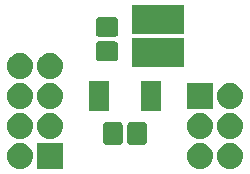
<source format=gts>
G04 #@! TF.GenerationSoftware,KiCad,Pcbnew,(5.0.2)-1*
G04 #@! TF.CreationDate,2020-12-02T07:54:58-05:00*
G04 #@! TF.ProjectId,I2C-VFO3,4932432d-5646-44f3-932e-6b696361645f,rev?*
G04 #@! TF.SameCoordinates,Original*
G04 #@! TF.FileFunction,Soldermask,Top*
G04 #@! TF.FilePolarity,Negative*
%FSLAX46Y46*%
G04 Gerber Fmt 4.6, Leading zero omitted, Abs format (unit mm)*
G04 Created by KiCad (PCBNEW (5.0.2)-1) date 12/2/2020 7:54:58 AM*
%MOMM*%
%LPD*%
G01*
G04 APERTURE LIST*
%ADD10C,0.150000*%
G04 APERTURE END LIST*
D10*
G36*
X21424000Y-29044000D02*
X19216000Y-29044000D01*
X19216000Y-26836000D01*
X21424000Y-26836000D01*
X21424000Y-29044000D01*
X21424000Y-29044000D01*
G37*
G36*
X17996423Y-26851974D02*
X18204526Y-26915102D01*
X18396313Y-27017614D01*
X18564423Y-27155577D01*
X18702386Y-27323687D01*
X18804898Y-27515474D01*
X18868026Y-27723577D01*
X18889341Y-27940000D01*
X18868026Y-28156423D01*
X18804898Y-28364526D01*
X18702386Y-28556313D01*
X18564423Y-28724423D01*
X18396313Y-28862386D01*
X18204526Y-28964898D01*
X17996423Y-29028026D01*
X17834231Y-29044000D01*
X17725769Y-29044000D01*
X17563577Y-29028026D01*
X17355474Y-28964898D01*
X17163687Y-28862386D01*
X16995577Y-28724423D01*
X16857614Y-28556313D01*
X16755102Y-28364526D01*
X16691974Y-28156423D01*
X16670659Y-27940000D01*
X16691974Y-27723577D01*
X16755102Y-27515474D01*
X16857614Y-27323687D01*
X16995577Y-27155577D01*
X17163687Y-27017614D01*
X17355474Y-26915102D01*
X17563577Y-26851974D01*
X17725769Y-26836000D01*
X17834231Y-26836000D01*
X17996423Y-26851974D01*
X17996423Y-26851974D01*
G37*
G36*
X35776423Y-26851974D02*
X35984526Y-26915102D01*
X36176313Y-27017614D01*
X36344423Y-27155577D01*
X36482386Y-27323687D01*
X36584898Y-27515474D01*
X36648026Y-27723577D01*
X36669341Y-27940000D01*
X36648026Y-28156423D01*
X36584898Y-28364526D01*
X36482386Y-28556313D01*
X36344423Y-28724423D01*
X36176313Y-28862386D01*
X35984526Y-28964898D01*
X35776423Y-29028026D01*
X35614231Y-29044000D01*
X35505769Y-29044000D01*
X35343577Y-29028026D01*
X35135474Y-28964898D01*
X34943687Y-28862386D01*
X34775577Y-28724423D01*
X34637614Y-28556313D01*
X34535102Y-28364526D01*
X34471974Y-28156423D01*
X34450659Y-27940000D01*
X34471974Y-27723577D01*
X34535102Y-27515474D01*
X34637614Y-27323687D01*
X34775577Y-27155577D01*
X34943687Y-27017614D01*
X35135474Y-26915102D01*
X35343577Y-26851974D01*
X35505769Y-26836000D01*
X35614231Y-26836000D01*
X35776423Y-26851974D01*
X35776423Y-26851974D01*
G37*
G36*
X33236423Y-26851974D02*
X33444526Y-26915102D01*
X33636313Y-27017614D01*
X33804423Y-27155577D01*
X33942386Y-27323687D01*
X34044898Y-27515474D01*
X34108026Y-27723577D01*
X34129341Y-27940000D01*
X34108026Y-28156423D01*
X34044898Y-28364526D01*
X33942386Y-28556313D01*
X33804423Y-28724423D01*
X33636313Y-28862386D01*
X33444526Y-28964898D01*
X33236423Y-29028026D01*
X33074231Y-29044000D01*
X32965769Y-29044000D01*
X32803577Y-29028026D01*
X32595474Y-28964898D01*
X32403687Y-28862386D01*
X32235577Y-28724423D01*
X32097614Y-28556313D01*
X31995102Y-28364526D01*
X31931974Y-28156423D01*
X31910659Y-27940000D01*
X31931974Y-27723577D01*
X31995102Y-27515474D01*
X32097614Y-27323687D01*
X32235577Y-27155577D01*
X32403687Y-27017614D01*
X32595474Y-26915102D01*
X32803577Y-26851974D01*
X32965769Y-26836000D01*
X33074231Y-26836000D01*
X33236423Y-26851974D01*
X33236423Y-26851974D01*
G37*
G36*
X28290632Y-25087161D02*
X28344885Y-25103618D01*
X28394873Y-25130337D01*
X28438697Y-25166303D01*
X28474663Y-25210127D01*
X28501382Y-25260115D01*
X28517839Y-25314368D01*
X28524000Y-25376922D01*
X28524000Y-26693078D01*
X28517839Y-26755632D01*
X28501382Y-26809885D01*
X28474663Y-26859873D01*
X28438697Y-26903697D01*
X28394873Y-26939663D01*
X28344885Y-26966382D01*
X28290632Y-26982839D01*
X28228078Y-26989000D01*
X27161922Y-26989000D01*
X27099368Y-26982839D01*
X27045115Y-26966382D01*
X26995127Y-26939663D01*
X26951303Y-26903697D01*
X26915337Y-26859873D01*
X26888618Y-26809885D01*
X26872161Y-26755632D01*
X26866000Y-26693078D01*
X26866000Y-25376922D01*
X26872161Y-25314368D01*
X26888618Y-25260115D01*
X26915337Y-25210127D01*
X26951303Y-25166303D01*
X26995127Y-25130337D01*
X27045115Y-25103618D01*
X27099368Y-25087161D01*
X27161922Y-25081000D01*
X28228078Y-25081000D01*
X28290632Y-25087161D01*
X28290632Y-25087161D01*
G37*
G36*
X26240632Y-25087161D02*
X26294885Y-25103618D01*
X26344873Y-25130337D01*
X26388697Y-25166303D01*
X26424663Y-25210127D01*
X26451382Y-25260115D01*
X26467839Y-25314368D01*
X26474000Y-25376922D01*
X26474000Y-26693078D01*
X26467839Y-26755632D01*
X26451382Y-26809885D01*
X26424663Y-26859873D01*
X26388697Y-26903697D01*
X26344873Y-26939663D01*
X26294885Y-26966382D01*
X26240632Y-26982839D01*
X26178078Y-26989000D01*
X25111922Y-26989000D01*
X25049368Y-26982839D01*
X24995115Y-26966382D01*
X24945127Y-26939663D01*
X24901303Y-26903697D01*
X24865337Y-26859873D01*
X24838618Y-26809885D01*
X24822161Y-26755632D01*
X24816000Y-26693078D01*
X24816000Y-25376922D01*
X24822161Y-25314368D01*
X24838618Y-25260115D01*
X24865337Y-25210127D01*
X24901303Y-25166303D01*
X24945127Y-25130337D01*
X24995115Y-25103618D01*
X25049368Y-25087161D01*
X25111922Y-25081000D01*
X26178078Y-25081000D01*
X26240632Y-25087161D01*
X26240632Y-25087161D01*
G37*
G36*
X35776423Y-24311974D02*
X35984526Y-24375102D01*
X36176313Y-24477614D01*
X36344423Y-24615577D01*
X36482386Y-24783687D01*
X36584898Y-24975474D01*
X36648026Y-25183577D01*
X36669341Y-25400000D01*
X36648026Y-25616423D01*
X36584898Y-25824526D01*
X36482386Y-26016313D01*
X36344423Y-26184423D01*
X36176313Y-26322386D01*
X35984526Y-26424898D01*
X35776423Y-26488026D01*
X35614231Y-26504000D01*
X35505769Y-26504000D01*
X35343577Y-26488026D01*
X35135474Y-26424898D01*
X34943687Y-26322386D01*
X34775577Y-26184423D01*
X34637614Y-26016313D01*
X34535102Y-25824526D01*
X34471974Y-25616423D01*
X34450659Y-25400000D01*
X34471974Y-25183577D01*
X34535102Y-24975474D01*
X34637614Y-24783687D01*
X34775577Y-24615577D01*
X34943687Y-24477614D01*
X35135474Y-24375102D01*
X35343577Y-24311974D01*
X35505769Y-24296000D01*
X35614231Y-24296000D01*
X35776423Y-24311974D01*
X35776423Y-24311974D01*
G37*
G36*
X33236423Y-24311974D02*
X33444526Y-24375102D01*
X33636313Y-24477614D01*
X33804423Y-24615577D01*
X33942386Y-24783687D01*
X34044898Y-24975474D01*
X34108026Y-25183577D01*
X34129341Y-25400000D01*
X34108026Y-25616423D01*
X34044898Y-25824526D01*
X33942386Y-26016313D01*
X33804423Y-26184423D01*
X33636313Y-26322386D01*
X33444526Y-26424898D01*
X33236423Y-26488026D01*
X33074231Y-26504000D01*
X32965769Y-26504000D01*
X32803577Y-26488026D01*
X32595474Y-26424898D01*
X32403687Y-26322386D01*
X32235577Y-26184423D01*
X32097614Y-26016313D01*
X31995102Y-25824526D01*
X31931974Y-25616423D01*
X31910659Y-25400000D01*
X31931974Y-25183577D01*
X31995102Y-24975474D01*
X32097614Y-24783687D01*
X32235577Y-24615577D01*
X32403687Y-24477614D01*
X32595474Y-24375102D01*
X32803577Y-24311974D01*
X32965769Y-24296000D01*
X33074231Y-24296000D01*
X33236423Y-24311974D01*
X33236423Y-24311974D01*
G37*
G36*
X17996423Y-24311974D02*
X18204526Y-24375102D01*
X18396313Y-24477614D01*
X18564423Y-24615577D01*
X18702386Y-24783687D01*
X18804898Y-24975474D01*
X18868026Y-25183577D01*
X18889341Y-25400000D01*
X18868026Y-25616423D01*
X18804898Y-25824526D01*
X18702386Y-26016313D01*
X18564423Y-26184423D01*
X18396313Y-26322386D01*
X18204526Y-26424898D01*
X17996423Y-26488026D01*
X17834231Y-26504000D01*
X17725769Y-26504000D01*
X17563577Y-26488026D01*
X17355474Y-26424898D01*
X17163687Y-26322386D01*
X16995577Y-26184423D01*
X16857614Y-26016313D01*
X16755102Y-25824526D01*
X16691974Y-25616423D01*
X16670659Y-25400000D01*
X16691974Y-25183577D01*
X16755102Y-24975474D01*
X16857614Y-24783687D01*
X16995577Y-24615577D01*
X17163687Y-24477614D01*
X17355474Y-24375102D01*
X17563577Y-24311974D01*
X17725769Y-24296000D01*
X17834231Y-24296000D01*
X17996423Y-24311974D01*
X17996423Y-24311974D01*
G37*
G36*
X20536423Y-24311974D02*
X20744526Y-24375102D01*
X20936313Y-24477614D01*
X21104423Y-24615577D01*
X21242386Y-24783687D01*
X21344898Y-24975474D01*
X21408026Y-25183577D01*
X21429341Y-25400000D01*
X21408026Y-25616423D01*
X21344898Y-25824526D01*
X21242386Y-26016313D01*
X21104423Y-26184423D01*
X20936313Y-26322386D01*
X20744526Y-26424898D01*
X20536423Y-26488026D01*
X20374231Y-26504000D01*
X20265769Y-26504000D01*
X20103577Y-26488026D01*
X19895474Y-26424898D01*
X19703687Y-26322386D01*
X19535577Y-26184423D01*
X19397614Y-26016313D01*
X19295102Y-25824526D01*
X19231974Y-25616423D01*
X19210659Y-25400000D01*
X19231974Y-25183577D01*
X19295102Y-24975474D01*
X19397614Y-24783687D01*
X19535577Y-24615577D01*
X19703687Y-24477614D01*
X19895474Y-24375102D01*
X20103577Y-24311974D01*
X20265769Y-24296000D01*
X20374231Y-24296000D01*
X20536423Y-24311974D01*
X20536423Y-24311974D01*
G37*
G36*
X29722400Y-24162400D02*
X28017600Y-24162400D01*
X28017600Y-21557600D01*
X29722400Y-21557600D01*
X29722400Y-24162400D01*
X29722400Y-24162400D01*
G37*
G36*
X25322400Y-24162400D02*
X23617600Y-24162400D01*
X23617600Y-21557600D01*
X25322400Y-21557600D01*
X25322400Y-24162400D01*
X25322400Y-24162400D01*
G37*
G36*
X20536423Y-21771974D02*
X20744526Y-21835102D01*
X20936313Y-21937614D01*
X21104423Y-22075577D01*
X21242386Y-22243687D01*
X21344898Y-22435474D01*
X21408026Y-22643577D01*
X21429341Y-22860000D01*
X21408026Y-23076423D01*
X21344898Y-23284526D01*
X21242386Y-23476313D01*
X21104423Y-23644423D01*
X20936313Y-23782386D01*
X20744526Y-23884898D01*
X20536423Y-23948026D01*
X20374231Y-23964000D01*
X20265769Y-23964000D01*
X20103577Y-23948026D01*
X19895474Y-23884898D01*
X19703687Y-23782386D01*
X19535577Y-23644423D01*
X19397614Y-23476313D01*
X19295102Y-23284526D01*
X19231974Y-23076423D01*
X19210659Y-22860000D01*
X19231974Y-22643577D01*
X19295102Y-22435474D01*
X19397614Y-22243687D01*
X19535577Y-22075577D01*
X19703687Y-21937614D01*
X19895474Y-21835102D01*
X20103577Y-21771974D01*
X20265769Y-21756000D01*
X20374231Y-21756000D01*
X20536423Y-21771974D01*
X20536423Y-21771974D01*
G37*
G36*
X17996423Y-21771974D02*
X18204526Y-21835102D01*
X18396313Y-21937614D01*
X18564423Y-22075577D01*
X18702386Y-22243687D01*
X18804898Y-22435474D01*
X18868026Y-22643577D01*
X18889341Y-22860000D01*
X18868026Y-23076423D01*
X18804898Y-23284526D01*
X18702386Y-23476313D01*
X18564423Y-23644423D01*
X18396313Y-23782386D01*
X18204526Y-23884898D01*
X17996423Y-23948026D01*
X17834231Y-23964000D01*
X17725769Y-23964000D01*
X17563577Y-23948026D01*
X17355474Y-23884898D01*
X17163687Y-23782386D01*
X16995577Y-23644423D01*
X16857614Y-23476313D01*
X16755102Y-23284526D01*
X16691974Y-23076423D01*
X16670659Y-22860000D01*
X16691974Y-22643577D01*
X16755102Y-22435474D01*
X16857614Y-22243687D01*
X16995577Y-22075577D01*
X17163687Y-21937614D01*
X17355474Y-21835102D01*
X17563577Y-21771974D01*
X17725769Y-21756000D01*
X17834231Y-21756000D01*
X17996423Y-21771974D01*
X17996423Y-21771974D01*
G37*
G36*
X35776423Y-21771974D02*
X35984526Y-21835102D01*
X36176313Y-21937614D01*
X36344423Y-22075577D01*
X36482386Y-22243687D01*
X36584898Y-22435474D01*
X36648026Y-22643577D01*
X36669341Y-22860000D01*
X36648026Y-23076423D01*
X36584898Y-23284526D01*
X36482386Y-23476313D01*
X36344423Y-23644423D01*
X36176313Y-23782386D01*
X35984526Y-23884898D01*
X35776423Y-23948026D01*
X35614231Y-23964000D01*
X35505769Y-23964000D01*
X35343577Y-23948026D01*
X35135474Y-23884898D01*
X34943687Y-23782386D01*
X34775577Y-23644423D01*
X34637614Y-23476313D01*
X34535102Y-23284526D01*
X34471974Y-23076423D01*
X34450659Y-22860000D01*
X34471974Y-22643577D01*
X34535102Y-22435474D01*
X34637614Y-22243687D01*
X34775577Y-22075577D01*
X34943687Y-21937614D01*
X35135474Y-21835102D01*
X35343577Y-21771974D01*
X35505769Y-21756000D01*
X35614231Y-21756000D01*
X35776423Y-21771974D01*
X35776423Y-21771974D01*
G37*
G36*
X34124000Y-23964000D02*
X31916000Y-23964000D01*
X31916000Y-21756000D01*
X34124000Y-21756000D01*
X34124000Y-23964000D01*
X34124000Y-23964000D01*
G37*
G36*
X17996423Y-19231974D02*
X18204526Y-19295102D01*
X18396313Y-19397614D01*
X18396316Y-19397616D01*
X18396317Y-19397617D01*
X18564423Y-19535577D01*
X18671046Y-19665498D01*
X18702386Y-19703687D01*
X18804898Y-19895474D01*
X18868026Y-20103577D01*
X18889341Y-20320000D01*
X18868026Y-20536423D01*
X18804898Y-20744526D01*
X18702386Y-20936313D01*
X18564423Y-21104423D01*
X18396313Y-21242386D01*
X18204526Y-21344898D01*
X17996423Y-21408026D01*
X17834231Y-21424000D01*
X17725769Y-21424000D01*
X17563577Y-21408026D01*
X17355474Y-21344898D01*
X17163687Y-21242386D01*
X16995577Y-21104423D01*
X16857614Y-20936313D01*
X16755102Y-20744526D01*
X16691974Y-20536423D01*
X16670659Y-20320000D01*
X16691974Y-20103577D01*
X16755102Y-19895474D01*
X16857614Y-19703687D01*
X16888955Y-19665498D01*
X16995577Y-19535577D01*
X17163683Y-19397617D01*
X17163684Y-19397616D01*
X17163687Y-19397614D01*
X17355474Y-19295102D01*
X17563577Y-19231974D01*
X17725769Y-19216000D01*
X17834231Y-19216000D01*
X17996423Y-19231974D01*
X17996423Y-19231974D01*
G37*
G36*
X20536423Y-19231974D02*
X20744526Y-19295102D01*
X20936313Y-19397614D01*
X20936316Y-19397616D01*
X20936317Y-19397617D01*
X21104423Y-19535577D01*
X21211046Y-19665498D01*
X21242386Y-19703687D01*
X21344898Y-19895474D01*
X21408026Y-20103577D01*
X21429341Y-20320000D01*
X21408026Y-20536423D01*
X21344898Y-20744526D01*
X21242386Y-20936313D01*
X21104423Y-21104423D01*
X20936313Y-21242386D01*
X20744526Y-21344898D01*
X20536423Y-21408026D01*
X20374231Y-21424000D01*
X20265769Y-21424000D01*
X20103577Y-21408026D01*
X19895474Y-21344898D01*
X19703687Y-21242386D01*
X19535577Y-21104423D01*
X19397614Y-20936313D01*
X19295102Y-20744526D01*
X19231974Y-20536423D01*
X19210659Y-20320000D01*
X19231974Y-20103577D01*
X19295102Y-19895474D01*
X19397614Y-19703687D01*
X19428955Y-19665498D01*
X19535577Y-19535577D01*
X19703683Y-19397617D01*
X19703684Y-19397616D01*
X19703687Y-19397614D01*
X19895474Y-19295102D01*
X20103577Y-19231974D01*
X20265769Y-19216000D01*
X20374231Y-19216000D01*
X20536423Y-19231974D01*
X20536423Y-19231974D01*
G37*
G36*
X31643000Y-20384000D02*
X27285000Y-20384000D01*
X27285000Y-17926000D01*
X31643000Y-17926000D01*
X31643000Y-20384000D01*
X31643000Y-20384000D01*
G37*
G36*
X25866632Y-18236161D02*
X25920885Y-18252618D01*
X25970873Y-18279337D01*
X26014697Y-18315303D01*
X26050663Y-18359127D01*
X26077382Y-18409115D01*
X26093839Y-18463368D01*
X26100000Y-18525922D01*
X26100000Y-19592078D01*
X26093839Y-19654632D01*
X26077382Y-19708885D01*
X26050663Y-19758873D01*
X26014697Y-19802697D01*
X25970873Y-19838663D01*
X25920885Y-19865382D01*
X25866632Y-19881839D01*
X25804078Y-19888000D01*
X24487922Y-19888000D01*
X24425368Y-19881839D01*
X24371115Y-19865382D01*
X24321127Y-19838663D01*
X24277303Y-19802697D01*
X24241337Y-19758873D01*
X24214618Y-19708885D01*
X24198161Y-19654632D01*
X24192000Y-19592078D01*
X24192000Y-18525922D01*
X24198161Y-18463368D01*
X24214618Y-18409115D01*
X24241337Y-18359127D01*
X24277303Y-18315303D01*
X24321127Y-18279337D01*
X24371115Y-18252618D01*
X24425368Y-18236161D01*
X24487922Y-18230000D01*
X25804078Y-18230000D01*
X25866632Y-18236161D01*
X25866632Y-18236161D01*
G37*
G36*
X25866632Y-16186161D02*
X25920885Y-16202618D01*
X25970873Y-16229337D01*
X26014697Y-16265303D01*
X26050663Y-16309127D01*
X26077382Y-16359115D01*
X26093839Y-16413368D01*
X26100000Y-16475922D01*
X26100000Y-17542078D01*
X26093839Y-17604632D01*
X26077382Y-17658885D01*
X26050663Y-17708873D01*
X26014697Y-17752697D01*
X25970873Y-17788663D01*
X25920885Y-17815382D01*
X25866632Y-17831839D01*
X25804078Y-17838000D01*
X24487922Y-17838000D01*
X24425368Y-17831839D01*
X24371115Y-17815382D01*
X24321127Y-17788663D01*
X24277303Y-17752697D01*
X24241337Y-17708873D01*
X24214618Y-17658885D01*
X24198161Y-17604632D01*
X24192000Y-17542078D01*
X24192000Y-16475922D01*
X24198161Y-16413368D01*
X24214618Y-16359115D01*
X24241337Y-16309127D01*
X24277303Y-16265303D01*
X24321127Y-16229337D01*
X24371115Y-16202618D01*
X24425368Y-16186161D01*
X24487922Y-16180000D01*
X25804078Y-16180000D01*
X25866632Y-16186161D01*
X25866632Y-16186161D01*
G37*
G36*
X31643000Y-17634000D02*
X27285000Y-17634000D01*
X27285000Y-15176000D01*
X31643000Y-15176000D01*
X31643000Y-17634000D01*
X31643000Y-17634000D01*
G37*
M02*

</source>
